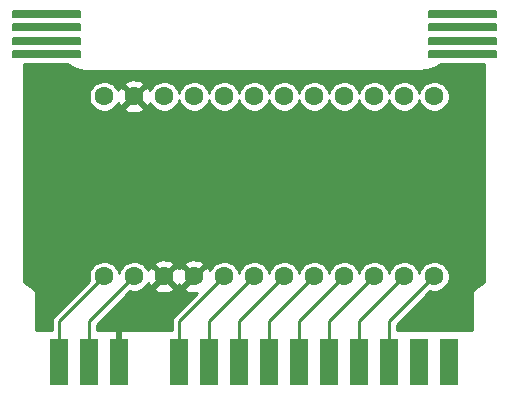
<source format=gbr>
G04 #@! TF.GenerationSoftware,KiCad,Pcbnew,(5.1.9-0-10_14)*
G04 #@! TF.CreationDate,2021-03-07T20:21:02-08:00*
G04 #@! TF.ProjectId,cart,63617274-2e6b-4696-9361-645f70636258,1.0-dev0*
G04 #@! TF.SameCoordinates,Original*
G04 #@! TF.FileFunction,Copper,L1,Top*
G04 #@! TF.FilePolarity,Positive*
%FSLAX46Y46*%
G04 Gerber Fmt 4.6, Leading zero omitted, Abs format (unit mm)*
G04 Created by KiCad (PCBNEW (5.1.9-0-10_14)) date 2021-03-07 20:21:02*
%MOMM*%
%LPD*%
G01*
G04 APERTURE LIST*
G04 #@! TA.AperFunction,NonConductor*
%ADD10C,0.200000*%
G04 #@! TD*
G04 #@! TA.AperFunction,ConnectorPad*
%ADD11R,1.600000X4.000000*%
G04 #@! TD*
G04 #@! TA.AperFunction,ComponentPad*
%ADD12C,1.600000*%
G04 #@! TD*
G04 #@! TA.AperFunction,ViaPad*
%ADD13C,0.600000*%
G04 #@! TD*
G04 #@! TA.AperFunction,Conductor*
%ADD14C,0.508000*%
G04 #@! TD*
G04 #@! TA.AperFunction,Conductor*
%ADD15C,0.254000*%
G04 #@! TD*
G04 #@! TA.AperFunction,Conductor*
%ADD16C,0.100000*%
G04 #@! TD*
G04 APERTURE END LIST*
D10*
G36*
X124968000Y-98532500D02*
G01*
X119316500Y-98532500D01*
X119316500Y-98024500D01*
X124968000Y-98024500D01*
X124968000Y-98532500D01*
G37*
X124968000Y-98532500D02*
X119316500Y-98532500D01*
X119316500Y-98024500D01*
X124968000Y-98024500D01*
X124968000Y-98532500D01*
G36*
X124968000Y-97389500D02*
G01*
X119316500Y-97389500D01*
X119316500Y-96881500D01*
X124968000Y-96881500D01*
X124968000Y-97389500D01*
G37*
X124968000Y-97389500D02*
X119316500Y-97389500D01*
X119316500Y-96881500D01*
X124968000Y-96881500D01*
X124968000Y-97389500D01*
G36*
X124968000Y-99675500D02*
G01*
X119316500Y-99675500D01*
X119316500Y-99167500D01*
X124968000Y-99167500D01*
X124968000Y-99675500D01*
G37*
X124968000Y-99675500D02*
X119316500Y-99675500D01*
X119316500Y-99167500D01*
X124968000Y-99167500D01*
X124968000Y-99675500D01*
G36*
X124968000Y-100818500D02*
G01*
X119316500Y-100818500D01*
X119316500Y-100310500D01*
X124968000Y-100310500D01*
X124968000Y-100818500D01*
G37*
X124968000Y-100818500D02*
X119316500Y-100818500D01*
X119316500Y-100310500D01*
X124968000Y-100310500D01*
X124968000Y-100818500D01*
G36*
X160147000Y-100818500D02*
G01*
X154495500Y-100818500D01*
X154495500Y-100310500D01*
X160147000Y-100310500D01*
X160147000Y-100818500D01*
G37*
X160147000Y-100818500D02*
X154495500Y-100818500D01*
X154495500Y-100310500D01*
X160147000Y-100310500D01*
X160147000Y-100818500D01*
G36*
X160147000Y-99675500D02*
G01*
X154495500Y-99675500D01*
X154495500Y-99167500D01*
X160147000Y-99167500D01*
X160147000Y-99675500D01*
G37*
X160147000Y-99675500D02*
X154495500Y-99675500D01*
X154495500Y-99167500D01*
X160147000Y-99167500D01*
X160147000Y-99675500D01*
G36*
X160147000Y-97389500D02*
G01*
X154495500Y-97389500D01*
X154495500Y-96881500D01*
X160147000Y-96881500D01*
X160147000Y-97389500D01*
G37*
X160147000Y-97389500D02*
X154495500Y-97389500D01*
X154495500Y-96881500D01*
X160147000Y-96881500D01*
X160147000Y-97389500D01*
G36*
X160147000Y-98532500D02*
G01*
X154495500Y-98532500D01*
X154495500Y-98024500D01*
X160147000Y-98024500D01*
X160147000Y-98532500D01*
G37*
X160147000Y-98532500D02*
X154495500Y-98532500D01*
X154495500Y-98024500D01*
X160147000Y-98024500D01*
X160147000Y-98532500D01*
D11*
X125730000Y-126619000D03*
X123190000Y-126619000D03*
X128270000Y-126619000D03*
X133350000Y-126619000D03*
X135890000Y-126619000D03*
X138430000Y-126619000D03*
X140970000Y-126619000D03*
X143510000Y-126619000D03*
X146050000Y-126619000D03*
X148590000Y-126619000D03*
X151130000Y-126619000D03*
X153670000Y-126619000D03*
X156210000Y-126619000D03*
D12*
X127000000Y-104140000D03*
X129540000Y-104140000D03*
X132080000Y-104140000D03*
X134620000Y-104140000D03*
X137160000Y-104140000D03*
X139700000Y-104140000D03*
X142240000Y-104140000D03*
X144780000Y-104140000D03*
X147320000Y-104140000D03*
X149860000Y-104140000D03*
X152400000Y-104140000D03*
X154940000Y-104140000D03*
X154940000Y-119380000D03*
X152400000Y-119380000D03*
X149860000Y-119380000D03*
X147320000Y-119380000D03*
X144780000Y-119380000D03*
X142240000Y-119380000D03*
X139700000Y-119380000D03*
X137160000Y-119380000D03*
X134620000Y-119380000D03*
X132080000Y-119380000D03*
X129540000Y-119380000D03*
X127000000Y-119380000D03*
D13*
X134620000Y-111760000D03*
X137160000Y-111760000D03*
X139700000Y-111760000D03*
X142240000Y-111760000D03*
X144780000Y-111760000D03*
X147320000Y-111760000D03*
X149860000Y-111760000D03*
X152400000Y-111760000D03*
X154940000Y-111760000D03*
X158115000Y-117475000D03*
X125095000Y-111760000D03*
D14*
X128270000Y-126619000D02*
X128270000Y-123190000D01*
D15*
X125730000Y-123190000D02*
X125730000Y-126619000D01*
X129540000Y-119380000D02*
X125730000Y-123190000D01*
X123190000Y-123190000D02*
X123190000Y-126619000D01*
X127000000Y-119380000D02*
X123190000Y-123190000D01*
X133350000Y-123190000D02*
X133350000Y-126619000D01*
X137160000Y-119380000D02*
X133350000Y-123190000D01*
X135890000Y-123190000D02*
X135890000Y-126619000D01*
X139700000Y-119380000D02*
X135890000Y-123190000D01*
X138430000Y-123190000D02*
X138430000Y-126619000D01*
X142240000Y-119380000D02*
X138430000Y-123190000D01*
X140970000Y-123190000D02*
X140970000Y-126619000D01*
X144780000Y-119380000D02*
X140970000Y-123190000D01*
X143510000Y-123190000D02*
X143510000Y-126619000D01*
X147320000Y-119380000D02*
X143510000Y-123190000D01*
X146050000Y-123190000D02*
X146050000Y-126619000D01*
X149860000Y-119380000D02*
X146050000Y-123190000D01*
X148590000Y-123190000D02*
X148590000Y-126619000D01*
X152400000Y-119380000D02*
X148590000Y-123190000D01*
X151130000Y-123190000D02*
X151130000Y-126619000D01*
X154940000Y-119380000D02*
X151130000Y-123190000D01*
X123940111Y-101436786D02*
X123985996Y-101467272D01*
X124031479Y-101498415D01*
X124038946Y-101502452D01*
X124476642Y-101735179D01*
X124527574Y-101756172D01*
X124578240Y-101777887D01*
X124586346Y-101780396D01*
X124586352Y-101780398D01*
X125060914Y-101923676D01*
X125114973Y-101934380D01*
X125168872Y-101945837D01*
X125177305Y-101946723D01*
X125177315Y-101946725D01*
X125177324Y-101946725D01*
X125670670Y-101995098D01*
X125670674Y-101995098D01*
X125700139Y-101998000D01*
X153699861Y-101998000D01*
X153701982Y-101997791D01*
X153709716Y-101997737D01*
X153737175Y-101994851D01*
X153764794Y-101994851D01*
X153773236Y-101993963D01*
X154265868Y-101938706D01*
X154319771Y-101927248D01*
X154373828Y-101916545D01*
X154381937Y-101914035D01*
X154854453Y-101764144D01*
X154905119Y-101742429D01*
X154956051Y-101721436D01*
X154963514Y-101717401D01*
X154963518Y-101717399D01*
X154963521Y-101717397D01*
X155397923Y-101478582D01*
X155443380Y-101447457D01*
X155474923Y-101426500D01*
X159142000Y-101426500D01*
X159142001Y-119840896D01*
X158420334Y-120390807D01*
X158410579Y-120396021D01*
X158372756Y-120427062D01*
X158357746Y-120438499D01*
X158349713Y-120445972D01*
X158317999Y-120471999D01*
X158305935Y-120486699D01*
X158292027Y-120499638D01*
X158268040Y-120532875D01*
X158242021Y-120564580D01*
X158233060Y-120581344D01*
X158221940Y-120596753D01*
X158204895Y-120634038D01*
X158185564Y-120670204D01*
X158180046Y-120688393D01*
X158172145Y-120705677D01*
X158162701Y-120745575D01*
X158150798Y-120784812D01*
X158148935Y-120803726D01*
X158144557Y-120822221D01*
X158143078Y-120863199D01*
X158142000Y-120874140D01*
X158142000Y-120893046D01*
X158140236Y-120941907D01*
X158142000Y-120952819D01*
X158142000Y-123888500D01*
X151765000Y-123888500D01*
X151765000Y-123453024D01*
X154576671Y-120641354D01*
X154811173Y-120688000D01*
X155068827Y-120688000D01*
X155321530Y-120637734D01*
X155559570Y-120539135D01*
X155773801Y-120395990D01*
X155955990Y-120213801D01*
X156099135Y-119999570D01*
X156197734Y-119761530D01*
X156248000Y-119508827D01*
X156248000Y-119251173D01*
X156197734Y-118998470D01*
X156099135Y-118760430D01*
X155955990Y-118546199D01*
X155773801Y-118364010D01*
X155559570Y-118220865D01*
X155321530Y-118122266D01*
X155068827Y-118072000D01*
X154811173Y-118072000D01*
X154558470Y-118122266D01*
X154320430Y-118220865D01*
X154106199Y-118364010D01*
X153924010Y-118546199D01*
X153780865Y-118760430D01*
X153682266Y-118998470D01*
X153670000Y-119060135D01*
X153657734Y-118998470D01*
X153559135Y-118760430D01*
X153415990Y-118546199D01*
X153233801Y-118364010D01*
X153019570Y-118220865D01*
X152781530Y-118122266D01*
X152528827Y-118072000D01*
X152271173Y-118072000D01*
X152018470Y-118122266D01*
X151780430Y-118220865D01*
X151566199Y-118364010D01*
X151384010Y-118546199D01*
X151240865Y-118760430D01*
X151142266Y-118998470D01*
X151130000Y-119060135D01*
X151117734Y-118998470D01*
X151019135Y-118760430D01*
X150875990Y-118546199D01*
X150693801Y-118364010D01*
X150479570Y-118220865D01*
X150241530Y-118122266D01*
X149988827Y-118072000D01*
X149731173Y-118072000D01*
X149478470Y-118122266D01*
X149240430Y-118220865D01*
X149026199Y-118364010D01*
X148844010Y-118546199D01*
X148700865Y-118760430D01*
X148602266Y-118998470D01*
X148590000Y-119060135D01*
X148577734Y-118998470D01*
X148479135Y-118760430D01*
X148335990Y-118546199D01*
X148153801Y-118364010D01*
X147939570Y-118220865D01*
X147701530Y-118122266D01*
X147448827Y-118072000D01*
X147191173Y-118072000D01*
X146938470Y-118122266D01*
X146700430Y-118220865D01*
X146486199Y-118364010D01*
X146304010Y-118546199D01*
X146160865Y-118760430D01*
X146062266Y-118998470D01*
X146050000Y-119060135D01*
X146037734Y-118998470D01*
X145939135Y-118760430D01*
X145795990Y-118546199D01*
X145613801Y-118364010D01*
X145399570Y-118220865D01*
X145161530Y-118122266D01*
X144908827Y-118072000D01*
X144651173Y-118072000D01*
X144398470Y-118122266D01*
X144160430Y-118220865D01*
X143946199Y-118364010D01*
X143764010Y-118546199D01*
X143620865Y-118760430D01*
X143522266Y-118998470D01*
X143510000Y-119060135D01*
X143497734Y-118998470D01*
X143399135Y-118760430D01*
X143255990Y-118546199D01*
X143073801Y-118364010D01*
X142859570Y-118220865D01*
X142621530Y-118122266D01*
X142368827Y-118072000D01*
X142111173Y-118072000D01*
X141858470Y-118122266D01*
X141620430Y-118220865D01*
X141406199Y-118364010D01*
X141224010Y-118546199D01*
X141080865Y-118760430D01*
X140982266Y-118998470D01*
X140970000Y-119060135D01*
X140957734Y-118998470D01*
X140859135Y-118760430D01*
X140715990Y-118546199D01*
X140533801Y-118364010D01*
X140319570Y-118220865D01*
X140081530Y-118122266D01*
X139828827Y-118072000D01*
X139571173Y-118072000D01*
X139318470Y-118122266D01*
X139080430Y-118220865D01*
X138866199Y-118364010D01*
X138684010Y-118546199D01*
X138540865Y-118760430D01*
X138442266Y-118998470D01*
X138430000Y-119060135D01*
X138417734Y-118998470D01*
X138319135Y-118760430D01*
X138175990Y-118546199D01*
X137993801Y-118364010D01*
X137779570Y-118220865D01*
X137541530Y-118122266D01*
X137288827Y-118072000D01*
X137031173Y-118072000D01*
X136778470Y-118122266D01*
X136540430Y-118220865D01*
X136326199Y-118364010D01*
X136144010Y-118546199D01*
X136000865Y-118760430D01*
X135958772Y-118862051D01*
X135923603Y-118763708D01*
X135856671Y-118638486D01*
X135612702Y-118566903D01*
X134799605Y-119380000D01*
X134813748Y-119394143D01*
X134634143Y-119573748D01*
X134620000Y-119559605D01*
X133806903Y-120372702D01*
X133878486Y-120616671D01*
X134133996Y-120737571D01*
X134408184Y-120806300D01*
X134690512Y-120820217D01*
X134844587Y-120797388D01*
X132923050Y-122718926D01*
X132898815Y-122738815D01*
X132819463Y-122835507D01*
X132760498Y-122945821D01*
X132724188Y-123065519D01*
X132715000Y-123158809D01*
X132715000Y-123158819D01*
X132711929Y-123190000D01*
X132715000Y-123221181D01*
X132715000Y-123888500D01*
X126365000Y-123888500D01*
X126365000Y-123453024D01*
X129176671Y-120641354D01*
X129411173Y-120688000D01*
X129668827Y-120688000D01*
X129921530Y-120637734D01*
X130159570Y-120539135D01*
X130373801Y-120395990D01*
X130397089Y-120372702D01*
X131266903Y-120372702D01*
X131338486Y-120616671D01*
X131593996Y-120737571D01*
X131868184Y-120806300D01*
X132150512Y-120820217D01*
X132430130Y-120778787D01*
X132696292Y-120683603D01*
X132821514Y-120616671D01*
X132893097Y-120372702D01*
X132080000Y-119559605D01*
X131266903Y-120372702D01*
X130397089Y-120372702D01*
X130555990Y-120213801D01*
X130699135Y-119999570D01*
X130741228Y-119897949D01*
X130776397Y-119996292D01*
X130843329Y-120121514D01*
X131087298Y-120193097D01*
X131900395Y-119380000D01*
X132259605Y-119380000D01*
X133072702Y-120193097D01*
X133316671Y-120121514D01*
X133347971Y-120055364D01*
X133383329Y-120121514D01*
X133627298Y-120193097D01*
X134440395Y-119380000D01*
X133627298Y-118566903D01*
X133383329Y-118638486D01*
X133352029Y-118704636D01*
X133316671Y-118638486D01*
X133072702Y-118566903D01*
X132259605Y-119380000D01*
X131900395Y-119380000D01*
X131087298Y-118566903D01*
X130843329Y-118638486D01*
X130739508Y-118857900D01*
X130699135Y-118760430D01*
X130555990Y-118546199D01*
X130397089Y-118387298D01*
X131266903Y-118387298D01*
X132080000Y-119200395D01*
X132893097Y-118387298D01*
X133806903Y-118387298D01*
X134620000Y-119200395D01*
X135433097Y-118387298D01*
X135361514Y-118143329D01*
X135106004Y-118022429D01*
X134831816Y-117953700D01*
X134549488Y-117939783D01*
X134269870Y-117981213D01*
X134003708Y-118076397D01*
X133878486Y-118143329D01*
X133806903Y-118387298D01*
X132893097Y-118387298D01*
X132821514Y-118143329D01*
X132566004Y-118022429D01*
X132291816Y-117953700D01*
X132009488Y-117939783D01*
X131729870Y-117981213D01*
X131463708Y-118076397D01*
X131338486Y-118143329D01*
X131266903Y-118387298D01*
X130397089Y-118387298D01*
X130373801Y-118364010D01*
X130159570Y-118220865D01*
X129921530Y-118122266D01*
X129668827Y-118072000D01*
X129411173Y-118072000D01*
X129158470Y-118122266D01*
X128920430Y-118220865D01*
X128706199Y-118364010D01*
X128524010Y-118546199D01*
X128380865Y-118760430D01*
X128282266Y-118998470D01*
X128270000Y-119060135D01*
X128257734Y-118998470D01*
X128159135Y-118760430D01*
X128015990Y-118546199D01*
X127833801Y-118364010D01*
X127619570Y-118220865D01*
X127381530Y-118122266D01*
X127128827Y-118072000D01*
X126871173Y-118072000D01*
X126618470Y-118122266D01*
X126380430Y-118220865D01*
X126166199Y-118364010D01*
X125984010Y-118546199D01*
X125840865Y-118760430D01*
X125742266Y-118998470D01*
X125692000Y-119251173D01*
X125692000Y-119508827D01*
X125738646Y-119743329D01*
X122763050Y-122718926D01*
X122738815Y-122738815D01*
X122659463Y-122835507D01*
X122600498Y-122945821D01*
X122564188Y-123065519D01*
X122555000Y-123158809D01*
X122555000Y-123158819D01*
X122551929Y-123190000D01*
X122555000Y-123221181D01*
X122555000Y-123888500D01*
X121258000Y-123888500D01*
X121258000Y-120949819D01*
X121259764Y-120938907D01*
X121258000Y-120890046D01*
X121258000Y-120871139D01*
X121256922Y-120860198D01*
X121255443Y-120819220D01*
X121251065Y-120800725D01*
X121249202Y-120781811D01*
X121237299Y-120742574D01*
X121227855Y-120702676D01*
X121219954Y-120685392D01*
X121214436Y-120667203D01*
X121195105Y-120631037D01*
X121178060Y-120593752D01*
X121166940Y-120578343D01*
X121157979Y-120561579D01*
X121131962Y-120529877D01*
X121107973Y-120496637D01*
X121094062Y-120483695D01*
X121082001Y-120468999D01*
X121050298Y-120442982D01*
X121042254Y-120435498D01*
X121027219Y-120424042D01*
X120989420Y-120393021D01*
X120979672Y-120387811D01*
X120258000Y-119837897D01*
X120258000Y-104011173D01*
X125692000Y-104011173D01*
X125692000Y-104268827D01*
X125742266Y-104521530D01*
X125840865Y-104759570D01*
X125984010Y-104973801D01*
X126166199Y-105155990D01*
X126380430Y-105299135D01*
X126618470Y-105397734D01*
X126871173Y-105448000D01*
X127128827Y-105448000D01*
X127381530Y-105397734D01*
X127619570Y-105299135D01*
X127833801Y-105155990D01*
X127857089Y-105132702D01*
X128726903Y-105132702D01*
X128798486Y-105376671D01*
X129053996Y-105497571D01*
X129328184Y-105566300D01*
X129610512Y-105580217D01*
X129890130Y-105538787D01*
X130156292Y-105443603D01*
X130281514Y-105376671D01*
X130353097Y-105132702D01*
X129540000Y-104319605D01*
X128726903Y-105132702D01*
X127857089Y-105132702D01*
X128015990Y-104973801D01*
X128159135Y-104759570D01*
X128201228Y-104657949D01*
X128236397Y-104756292D01*
X128303329Y-104881514D01*
X128547298Y-104953097D01*
X129360395Y-104140000D01*
X129719605Y-104140000D01*
X130532702Y-104953097D01*
X130776671Y-104881514D01*
X130880492Y-104662100D01*
X130920865Y-104759570D01*
X131064010Y-104973801D01*
X131246199Y-105155990D01*
X131460430Y-105299135D01*
X131698470Y-105397734D01*
X131951173Y-105448000D01*
X132208827Y-105448000D01*
X132461530Y-105397734D01*
X132699570Y-105299135D01*
X132913801Y-105155990D01*
X133095990Y-104973801D01*
X133239135Y-104759570D01*
X133337734Y-104521530D01*
X133350000Y-104459865D01*
X133362266Y-104521530D01*
X133460865Y-104759570D01*
X133604010Y-104973801D01*
X133786199Y-105155990D01*
X134000430Y-105299135D01*
X134238470Y-105397734D01*
X134491173Y-105448000D01*
X134748827Y-105448000D01*
X135001530Y-105397734D01*
X135239570Y-105299135D01*
X135453801Y-105155990D01*
X135635990Y-104973801D01*
X135779135Y-104759570D01*
X135877734Y-104521530D01*
X135890000Y-104459865D01*
X135902266Y-104521530D01*
X136000865Y-104759570D01*
X136144010Y-104973801D01*
X136326199Y-105155990D01*
X136540430Y-105299135D01*
X136778470Y-105397734D01*
X137031173Y-105448000D01*
X137288827Y-105448000D01*
X137541530Y-105397734D01*
X137779570Y-105299135D01*
X137993801Y-105155990D01*
X138175990Y-104973801D01*
X138319135Y-104759570D01*
X138417734Y-104521530D01*
X138430000Y-104459865D01*
X138442266Y-104521530D01*
X138540865Y-104759570D01*
X138684010Y-104973801D01*
X138866199Y-105155990D01*
X139080430Y-105299135D01*
X139318470Y-105397734D01*
X139571173Y-105448000D01*
X139828827Y-105448000D01*
X140081530Y-105397734D01*
X140319570Y-105299135D01*
X140533801Y-105155990D01*
X140715990Y-104973801D01*
X140859135Y-104759570D01*
X140957734Y-104521530D01*
X140970000Y-104459865D01*
X140982266Y-104521530D01*
X141080865Y-104759570D01*
X141224010Y-104973801D01*
X141406199Y-105155990D01*
X141620430Y-105299135D01*
X141858470Y-105397734D01*
X142111173Y-105448000D01*
X142368827Y-105448000D01*
X142621530Y-105397734D01*
X142859570Y-105299135D01*
X143073801Y-105155990D01*
X143255990Y-104973801D01*
X143399135Y-104759570D01*
X143497734Y-104521530D01*
X143510000Y-104459865D01*
X143522266Y-104521530D01*
X143620865Y-104759570D01*
X143764010Y-104973801D01*
X143946199Y-105155990D01*
X144160430Y-105299135D01*
X144398470Y-105397734D01*
X144651173Y-105448000D01*
X144908827Y-105448000D01*
X145161530Y-105397734D01*
X145399570Y-105299135D01*
X145613801Y-105155990D01*
X145795990Y-104973801D01*
X145939135Y-104759570D01*
X146037734Y-104521530D01*
X146050000Y-104459865D01*
X146062266Y-104521530D01*
X146160865Y-104759570D01*
X146304010Y-104973801D01*
X146486199Y-105155990D01*
X146700430Y-105299135D01*
X146938470Y-105397734D01*
X147191173Y-105448000D01*
X147448827Y-105448000D01*
X147701530Y-105397734D01*
X147939570Y-105299135D01*
X148153801Y-105155990D01*
X148335990Y-104973801D01*
X148479135Y-104759570D01*
X148577734Y-104521530D01*
X148590000Y-104459865D01*
X148602266Y-104521530D01*
X148700865Y-104759570D01*
X148844010Y-104973801D01*
X149026199Y-105155990D01*
X149240430Y-105299135D01*
X149478470Y-105397734D01*
X149731173Y-105448000D01*
X149988827Y-105448000D01*
X150241530Y-105397734D01*
X150479570Y-105299135D01*
X150693801Y-105155990D01*
X150875990Y-104973801D01*
X151019135Y-104759570D01*
X151117734Y-104521530D01*
X151130000Y-104459865D01*
X151142266Y-104521530D01*
X151240865Y-104759570D01*
X151384010Y-104973801D01*
X151566199Y-105155990D01*
X151780430Y-105299135D01*
X152018470Y-105397734D01*
X152271173Y-105448000D01*
X152528827Y-105448000D01*
X152781530Y-105397734D01*
X153019570Y-105299135D01*
X153233801Y-105155990D01*
X153415990Y-104973801D01*
X153559135Y-104759570D01*
X153657734Y-104521530D01*
X153670000Y-104459865D01*
X153682266Y-104521530D01*
X153780865Y-104759570D01*
X153924010Y-104973801D01*
X154106199Y-105155990D01*
X154320430Y-105299135D01*
X154558470Y-105397734D01*
X154811173Y-105448000D01*
X155068827Y-105448000D01*
X155321530Y-105397734D01*
X155559570Y-105299135D01*
X155773801Y-105155990D01*
X155955990Y-104973801D01*
X156099135Y-104759570D01*
X156197734Y-104521530D01*
X156248000Y-104268827D01*
X156248000Y-104011173D01*
X156197734Y-103758470D01*
X156099135Y-103520430D01*
X155955990Y-103306199D01*
X155773801Y-103124010D01*
X155559570Y-102980865D01*
X155321530Y-102882266D01*
X155068827Y-102832000D01*
X154811173Y-102832000D01*
X154558470Y-102882266D01*
X154320430Y-102980865D01*
X154106199Y-103124010D01*
X153924010Y-103306199D01*
X153780865Y-103520430D01*
X153682266Y-103758470D01*
X153670000Y-103820135D01*
X153657734Y-103758470D01*
X153559135Y-103520430D01*
X153415990Y-103306199D01*
X153233801Y-103124010D01*
X153019570Y-102980865D01*
X152781530Y-102882266D01*
X152528827Y-102832000D01*
X152271173Y-102832000D01*
X152018470Y-102882266D01*
X151780430Y-102980865D01*
X151566199Y-103124010D01*
X151384010Y-103306199D01*
X151240865Y-103520430D01*
X151142266Y-103758470D01*
X151130000Y-103820135D01*
X151117734Y-103758470D01*
X151019135Y-103520430D01*
X150875990Y-103306199D01*
X150693801Y-103124010D01*
X150479570Y-102980865D01*
X150241530Y-102882266D01*
X149988827Y-102832000D01*
X149731173Y-102832000D01*
X149478470Y-102882266D01*
X149240430Y-102980865D01*
X149026199Y-103124010D01*
X148844010Y-103306199D01*
X148700865Y-103520430D01*
X148602266Y-103758470D01*
X148590000Y-103820135D01*
X148577734Y-103758470D01*
X148479135Y-103520430D01*
X148335990Y-103306199D01*
X148153801Y-103124010D01*
X147939570Y-102980865D01*
X147701530Y-102882266D01*
X147448827Y-102832000D01*
X147191173Y-102832000D01*
X146938470Y-102882266D01*
X146700430Y-102980865D01*
X146486199Y-103124010D01*
X146304010Y-103306199D01*
X146160865Y-103520430D01*
X146062266Y-103758470D01*
X146050000Y-103820135D01*
X146037734Y-103758470D01*
X145939135Y-103520430D01*
X145795990Y-103306199D01*
X145613801Y-103124010D01*
X145399570Y-102980865D01*
X145161530Y-102882266D01*
X144908827Y-102832000D01*
X144651173Y-102832000D01*
X144398470Y-102882266D01*
X144160430Y-102980865D01*
X143946199Y-103124010D01*
X143764010Y-103306199D01*
X143620865Y-103520430D01*
X143522266Y-103758470D01*
X143510000Y-103820135D01*
X143497734Y-103758470D01*
X143399135Y-103520430D01*
X143255990Y-103306199D01*
X143073801Y-103124010D01*
X142859570Y-102980865D01*
X142621530Y-102882266D01*
X142368827Y-102832000D01*
X142111173Y-102832000D01*
X141858470Y-102882266D01*
X141620430Y-102980865D01*
X141406199Y-103124010D01*
X141224010Y-103306199D01*
X141080865Y-103520430D01*
X140982266Y-103758470D01*
X140970000Y-103820135D01*
X140957734Y-103758470D01*
X140859135Y-103520430D01*
X140715990Y-103306199D01*
X140533801Y-103124010D01*
X140319570Y-102980865D01*
X140081530Y-102882266D01*
X139828827Y-102832000D01*
X139571173Y-102832000D01*
X139318470Y-102882266D01*
X139080430Y-102980865D01*
X138866199Y-103124010D01*
X138684010Y-103306199D01*
X138540865Y-103520430D01*
X138442266Y-103758470D01*
X138430000Y-103820135D01*
X138417734Y-103758470D01*
X138319135Y-103520430D01*
X138175990Y-103306199D01*
X137993801Y-103124010D01*
X137779570Y-102980865D01*
X137541530Y-102882266D01*
X137288827Y-102832000D01*
X137031173Y-102832000D01*
X136778470Y-102882266D01*
X136540430Y-102980865D01*
X136326199Y-103124010D01*
X136144010Y-103306199D01*
X136000865Y-103520430D01*
X135902266Y-103758470D01*
X135890000Y-103820135D01*
X135877734Y-103758470D01*
X135779135Y-103520430D01*
X135635990Y-103306199D01*
X135453801Y-103124010D01*
X135239570Y-102980865D01*
X135001530Y-102882266D01*
X134748827Y-102832000D01*
X134491173Y-102832000D01*
X134238470Y-102882266D01*
X134000430Y-102980865D01*
X133786199Y-103124010D01*
X133604010Y-103306199D01*
X133460865Y-103520430D01*
X133362266Y-103758470D01*
X133350000Y-103820135D01*
X133337734Y-103758470D01*
X133239135Y-103520430D01*
X133095990Y-103306199D01*
X132913801Y-103124010D01*
X132699570Y-102980865D01*
X132461530Y-102882266D01*
X132208827Y-102832000D01*
X131951173Y-102832000D01*
X131698470Y-102882266D01*
X131460430Y-102980865D01*
X131246199Y-103124010D01*
X131064010Y-103306199D01*
X130920865Y-103520430D01*
X130878772Y-103622051D01*
X130843603Y-103523708D01*
X130776671Y-103398486D01*
X130532702Y-103326903D01*
X129719605Y-104140000D01*
X129360395Y-104140000D01*
X128547298Y-103326903D01*
X128303329Y-103398486D01*
X128199508Y-103617900D01*
X128159135Y-103520430D01*
X128015990Y-103306199D01*
X127857089Y-103147298D01*
X128726903Y-103147298D01*
X129540000Y-103960395D01*
X130353097Y-103147298D01*
X130281514Y-102903329D01*
X130026004Y-102782429D01*
X129751816Y-102713700D01*
X129469488Y-102699783D01*
X129189870Y-102741213D01*
X128923708Y-102836397D01*
X128798486Y-102903329D01*
X128726903Y-103147298D01*
X127857089Y-103147298D01*
X127833801Y-103124010D01*
X127619570Y-102980865D01*
X127381530Y-102882266D01*
X127128827Y-102832000D01*
X126871173Y-102832000D01*
X126618470Y-102882266D01*
X126380430Y-102980865D01*
X126166199Y-103124010D01*
X125984010Y-103306199D01*
X125840865Y-103520430D01*
X125742266Y-103758470D01*
X125692000Y-104011173D01*
X120258000Y-104011173D01*
X120258000Y-101426500D01*
X123927499Y-101426500D01*
X123940111Y-101436786D01*
G04 #@! TA.AperFunction,Conductor*
D16*
G36*
X123940111Y-101436786D02*
G01*
X123985996Y-101467272D01*
X124031479Y-101498415D01*
X124038946Y-101502452D01*
X124476642Y-101735179D01*
X124527574Y-101756172D01*
X124578240Y-101777887D01*
X124586346Y-101780396D01*
X124586352Y-101780398D01*
X125060914Y-101923676D01*
X125114973Y-101934380D01*
X125168872Y-101945837D01*
X125177305Y-101946723D01*
X125177315Y-101946725D01*
X125177324Y-101946725D01*
X125670670Y-101995098D01*
X125670674Y-101995098D01*
X125700139Y-101998000D01*
X153699861Y-101998000D01*
X153701982Y-101997791D01*
X153709716Y-101997737D01*
X153737175Y-101994851D01*
X153764794Y-101994851D01*
X153773236Y-101993963D01*
X154265868Y-101938706D01*
X154319771Y-101927248D01*
X154373828Y-101916545D01*
X154381937Y-101914035D01*
X154854453Y-101764144D01*
X154905119Y-101742429D01*
X154956051Y-101721436D01*
X154963514Y-101717401D01*
X154963518Y-101717399D01*
X154963521Y-101717397D01*
X155397923Y-101478582D01*
X155443380Y-101447457D01*
X155474923Y-101426500D01*
X159142000Y-101426500D01*
X159142001Y-119840896D01*
X158420334Y-120390807D01*
X158410579Y-120396021D01*
X158372756Y-120427062D01*
X158357746Y-120438499D01*
X158349713Y-120445972D01*
X158317999Y-120471999D01*
X158305935Y-120486699D01*
X158292027Y-120499638D01*
X158268040Y-120532875D01*
X158242021Y-120564580D01*
X158233060Y-120581344D01*
X158221940Y-120596753D01*
X158204895Y-120634038D01*
X158185564Y-120670204D01*
X158180046Y-120688393D01*
X158172145Y-120705677D01*
X158162701Y-120745575D01*
X158150798Y-120784812D01*
X158148935Y-120803726D01*
X158144557Y-120822221D01*
X158143078Y-120863199D01*
X158142000Y-120874140D01*
X158142000Y-120893046D01*
X158140236Y-120941907D01*
X158142000Y-120952819D01*
X158142000Y-123888500D01*
X151765000Y-123888500D01*
X151765000Y-123453024D01*
X154576671Y-120641354D01*
X154811173Y-120688000D01*
X155068827Y-120688000D01*
X155321530Y-120637734D01*
X155559570Y-120539135D01*
X155773801Y-120395990D01*
X155955990Y-120213801D01*
X156099135Y-119999570D01*
X156197734Y-119761530D01*
X156248000Y-119508827D01*
X156248000Y-119251173D01*
X156197734Y-118998470D01*
X156099135Y-118760430D01*
X155955990Y-118546199D01*
X155773801Y-118364010D01*
X155559570Y-118220865D01*
X155321530Y-118122266D01*
X155068827Y-118072000D01*
X154811173Y-118072000D01*
X154558470Y-118122266D01*
X154320430Y-118220865D01*
X154106199Y-118364010D01*
X153924010Y-118546199D01*
X153780865Y-118760430D01*
X153682266Y-118998470D01*
X153670000Y-119060135D01*
X153657734Y-118998470D01*
X153559135Y-118760430D01*
X153415990Y-118546199D01*
X153233801Y-118364010D01*
X153019570Y-118220865D01*
X152781530Y-118122266D01*
X152528827Y-118072000D01*
X152271173Y-118072000D01*
X152018470Y-118122266D01*
X151780430Y-118220865D01*
X151566199Y-118364010D01*
X151384010Y-118546199D01*
X151240865Y-118760430D01*
X151142266Y-118998470D01*
X151130000Y-119060135D01*
X151117734Y-118998470D01*
X151019135Y-118760430D01*
X150875990Y-118546199D01*
X150693801Y-118364010D01*
X150479570Y-118220865D01*
X150241530Y-118122266D01*
X149988827Y-118072000D01*
X149731173Y-118072000D01*
X149478470Y-118122266D01*
X149240430Y-118220865D01*
X149026199Y-118364010D01*
X148844010Y-118546199D01*
X148700865Y-118760430D01*
X148602266Y-118998470D01*
X148590000Y-119060135D01*
X148577734Y-118998470D01*
X148479135Y-118760430D01*
X148335990Y-118546199D01*
X148153801Y-118364010D01*
X147939570Y-118220865D01*
X147701530Y-118122266D01*
X147448827Y-118072000D01*
X147191173Y-118072000D01*
X146938470Y-118122266D01*
X146700430Y-118220865D01*
X146486199Y-118364010D01*
X146304010Y-118546199D01*
X146160865Y-118760430D01*
X146062266Y-118998470D01*
X146050000Y-119060135D01*
X146037734Y-118998470D01*
X145939135Y-118760430D01*
X145795990Y-118546199D01*
X145613801Y-118364010D01*
X145399570Y-118220865D01*
X145161530Y-118122266D01*
X144908827Y-118072000D01*
X144651173Y-118072000D01*
X144398470Y-118122266D01*
X144160430Y-118220865D01*
X143946199Y-118364010D01*
X143764010Y-118546199D01*
X143620865Y-118760430D01*
X143522266Y-118998470D01*
X143510000Y-119060135D01*
X143497734Y-118998470D01*
X143399135Y-118760430D01*
X143255990Y-118546199D01*
X143073801Y-118364010D01*
X142859570Y-118220865D01*
X142621530Y-118122266D01*
X142368827Y-118072000D01*
X142111173Y-118072000D01*
X141858470Y-118122266D01*
X141620430Y-118220865D01*
X141406199Y-118364010D01*
X141224010Y-118546199D01*
X141080865Y-118760430D01*
X140982266Y-118998470D01*
X140970000Y-119060135D01*
X140957734Y-118998470D01*
X140859135Y-118760430D01*
X140715990Y-118546199D01*
X140533801Y-118364010D01*
X140319570Y-118220865D01*
X140081530Y-118122266D01*
X139828827Y-118072000D01*
X139571173Y-118072000D01*
X139318470Y-118122266D01*
X139080430Y-118220865D01*
X138866199Y-118364010D01*
X138684010Y-118546199D01*
X138540865Y-118760430D01*
X138442266Y-118998470D01*
X138430000Y-119060135D01*
X138417734Y-118998470D01*
X138319135Y-118760430D01*
X138175990Y-118546199D01*
X137993801Y-118364010D01*
X137779570Y-118220865D01*
X137541530Y-118122266D01*
X137288827Y-118072000D01*
X137031173Y-118072000D01*
X136778470Y-118122266D01*
X136540430Y-118220865D01*
X136326199Y-118364010D01*
X136144010Y-118546199D01*
X136000865Y-118760430D01*
X135958772Y-118862051D01*
X135923603Y-118763708D01*
X135856671Y-118638486D01*
X135612702Y-118566903D01*
X134799605Y-119380000D01*
X134813748Y-119394143D01*
X134634143Y-119573748D01*
X134620000Y-119559605D01*
X133806903Y-120372702D01*
X133878486Y-120616671D01*
X134133996Y-120737571D01*
X134408184Y-120806300D01*
X134690512Y-120820217D01*
X134844587Y-120797388D01*
X132923050Y-122718926D01*
X132898815Y-122738815D01*
X132819463Y-122835507D01*
X132760498Y-122945821D01*
X132724188Y-123065519D01*
X132715000Y-123158809D01*
X132715000Y-123158819D01*
X132711929Y-123190000D01*
X132715000Y-123221181D01*
X132715000Y-123888500D01*
X126365000Y-123888500D01*
X126365000Y-123453024D01*
X129176671Y-120641354D01*
X129411173Y-120688000D01*
X129668827Y-120688000D01*
X129921530Y-120637734D01*
X130159570Y-120539135D01*
X130373801Y-120395990D01*
X130397089Y-120372702D01*
X131266903Y-120372702D01*
X131338486Y-120616671D01*
X131593996Y-120737571D01*
X131868184Y-120806300D01*
X132150512Y-120820217D01*
X132430130Y-120778787D01*
X132696292Y-120683603D01*
X132821514Y-120616671D01*
X132893097Y-120372702D01*
X132080000Y-119559605D01*
X131266903Y-120372702D01*
X130397089Y-120372702D01*
X130555990Y-120213801D01*
X130699135Y-119999570D01*
X130741228Y-119897949D01*
X130776397Y-119996292D01*
X130843329Y-120121514D01*
X131087298Y-120193097D01*
X131900395Y-119380000D01*
X132259605Y-119380000D01*
X133072702Y-120193097D01*
X133316671Y-120121514D01*
X133347971Y-120055364D01*
X133383329Y-120121514D01*
X133627298Y-120193097D01*
X134440395Y-119380000D01*
X133627298Y-118566903D01*
X133383329Y-118638486D01*
X133352029Y-118704636D01*
X133316671Y-118638486D01*
X133072702Y-118566903D01*
X132259605Y-119380000D01*
X131900395Y-119380000D01*
X131087298Y-118566903D01*
X130843329Y-118638486D01*
X130739508Y-118857900D01*
X130699135Y-118760430D01*
X130555990Y-118546199D01*
X130397089Y-118387298D01*
X131266903Y-118387298D01*
X132080000Y-119200395D01*
X132893097Y-118387298D01*
X133806903Y-118387298D01*
X134620000Y-119200395D01*
X135433097Y-118387298D01*
X135361514Y-118143329D01*
X135106004Y-118022429D01*
X134831816Y-117953700D01*
X134549488Y-117939783D01*
X134269870Y-117981213D01*
X134003708Y-118076397D01*
X133878486Y-118143329D01*
X133806903Y-118387298D01*
X132893097Y-118387298D01*
X132821514Y-118143329D01*
X132566004Y-118022429D01*
X132291816Y-117953700D01*
X132009488Y-117939783D01*
X131729870Y-117981213D01*
X131463708Y-118076397D01*
X131338486Y-118143329D01*
X131266903Y-118387298D01*
X130397089Y-118387298D01*
X130373801Y-118364010D01*
X130159570Y-118220865D01*
X129921530Y-118122266D01*
X129668827Y-118072000D01*
X129411173Y-118072000D01*
X129158470Y-118122266D01*
X128920430Y-118220865D01*
X128706199Y-118364010D01*
X128524010Y-118546199D01*
X128380865Y-118760430D01*
X128282266Y-118998470D01*
X128270000Y-119060135D01*
X128257734Y-118998470D01*
X128159135Y-118760430D01*
X128015990Y-118546199D01*
X127833801Y-118364010D01*
X127619570Y-118220865D01*
X127381530Y-118122266D01*
X127128827Y-118072000D01*
X126871173Y-118072000D01*
X126618470Y-118122266D01*
X126380430Y-118220865D01*
X126166199Y-118364010D01*
X125984010Y-118546199D01*
X125840865Y-118760430D01*
X125742266Y-118998470D01*
X125692000Y-119251173D01*
X125692000Y-119508827D01*
X125738646Y-119743329D01*
X122763050Y-122718926D01*
X122738815Y-122738815D01*
X122659463Y-122835507D01*
X122600498Y-122945821D01*
X122564188Y-123065519D01*
X122555000Y-123158809D01*
X122555000Y-123158819D01*
X122551929Y-123190000D01*
X122555000Y-123221181D01*
X122555000Y-123888500D01*
X121258000Y-123888500D01*
X121258000Y-120949819D01*
X121259764Y-120938907D01*
X121258000Y-120890046D01*
X121258000Y-120871139D01*
X121256922Y-120860198D01*
X121255443Y-120819220D01*
X121251065Y-120800725D01*
X121249202Y-120781811D01*
X121237299Y-120742574D01*
X121227855Y-120702676D01*
X121219954Y-120685392D01*
X121214436Y-120667203D01*
X121195105Y-120631037D01*
X121178060Y-120593752D01*
X121166940Y-120578343D01*
X121157979Y-120561579D01*
X121131962Y-120529877D01*
X121107973Y-120496637D01*
X121094062Y-120483695D01*
X121082001Y-120468999D01*
X121050298Y-120442982D01*
X121042254Y-120435498D01*
X121027219Y-120424042D01*
X120989420Y-120393021D01*
X120979672Y-120387811D01*
X120258000Y-119837897D01*
X120258000Y-104011173D01*
X125692000Y-104011173D01*
X125692000Y-104268827D01*
X125742266Y-104521530D01*
X125840865Y-104759570D01*
X125984010Y-104973801D01*
X126166199Y-105155990D01*
X126380430Y-105299135D01*
X126618470Y-105397734D01*
X126871173Y-105448000D01*
X127128827Y-105448000D01*
X127381530Y-105397734D01*
X127619570Y-105299135D01*
X127833801Y-105155990D01*
X127857089Y-105132702D01*
X128726903Y-105132702D01*
X128798486Y-105376671D01*
X129053996Y-105497571D01*
X129328184Y-105566300D01*
X129610512Y-105580217D01*
X129890130Y-105538787D01*
X130156292Y-105443603D01*
X130281514Y-105376671D01*
X130353097Y-105132702D01*
X129540000Y-104319605D01*
X128726903Y-105132702D01*
X127857089Y-105132702D01*
X128015990Y-104973801D01*
X128159135Y-104759570D01*
X128201228Y-104657949D01*
X128236397Y-104756292D01*
X128303329Y-104881514D01*
X128547298Y-104953097D01*
X129360395Y-104140000D01*
X129719605Y-104140000D01*
X130532702Y-104953097D01*
X130776671Y-104881514D01*
X130880492Y-104662100D01*
X130920865Y-104759570D01*
X131064010Y-104973801D01*
X131246199Y-105155990D01*
X131460430Y-105299135D01*
X131698470Y-105397734D01*
X131951173Y-105448000D01*
X132208827Y-105448000D01*
X132461530Y-105397734D01*
X132699570Y-105299135D01*
X132913801Y-105155990D01*
X133095990Y-104973801D01*
X133239135Y-104759570D01*
X133337734Y-104521530D01*
X133350000Y-104459865D01*
X133362266Y-104521530D01*
X133460865Y-104759570D01*
X133604010Y-104973801D01*
X133786199Y-105155990D01*
X134000430Y-105299135D01*
X134238470Y-105397734D01*
X134491173Y-105448000D01*
X134748827Y-105448000D01*
X135001530Y-105397734D01*
X135239570Y-105299135D01*
X135453801Y-105155990D01*
X135635990Y-104973801D01*
X135779135Y-104759570D01*
X135877734Y-104521530D01*
X135890000Y-104459865D01*
X135902266Y-104521530D01*
X136000865Y-104759570D01*
X136144010Y-104973801D01*
X136326199Y-105155990D01*
X136540430Y-105299135D01*
X136778470Y-105397734D01*
X137031173Y-105448000D01*
X137288827Y-105448000D01*
X137541530Y-105397734D01*
X137779570Y-105299135D01*
X137993801Y-105155990D01*
X138175990Y-104973801D01*
X138319135Y-104759570D01*
X138417734Y-104521530D01*
X138430000Y-104459865D01*
X138442266Y-104521530D01*
X138540865Y-104759570D01*
X138684010Y-104973801D01*
X138866199Y-105155990D01*
X139080430Y-105299135D01*
X139318470Y-105397734D01*
X139571173Y-105448000D01*
X139828827Y-105448000D01*
X140081530Y-105397734D01*
X140319570Y-105299135D01*
X140533801Y-105155990D01*
X140715990Y-104973801D01*
X140859135Y-104759570D01*
X140957734Y-104521530D01*
X140970000Y-104459865D01*
X140982266Y-104521530D01*
X141080865Y-104759570D01*
X141224010Y-104973801D01*
X141406199Y-105155990D01*
X141620430Y-105299135D01*
X141858470Y-105397734D01*
X142111173Y-105448000D01*
X142368827Y-105448000D01*
X142621530Y-105397734D01*
X142859570Y-105299135D01*
X143073801Y-105155990D01*
X143255990Y-104973801D01*
X143399135Y-104759570D01*
X143497734Y-104521530D01*
X143510000Y-104459865D01*
X143522266Y-104521530D01*
X143620865Y-104759570D01*
X143764010Y-104973801D01*
X143946199Y-105155990D01*
X144160430Y-105299135D01*
X144398470Y-105397734D01*
X144651173Y-105448000D01*
X144908827Y-105448000D01*
X145161530Y-105397734D01*
X145399570Y-105299135D01*
X145613801Y-105155990D01*
X145795990Y-104973801D01*
X145939135Y-104759570D01*
X146037734Y-104521530D01*
X146050000Y-104459865D01*
X146062266Y-104521530D01*
X146160865Y-104759570D01*
X146304010Y-104973801D01*
X146486199Y-105155990D01*
X146700430Y-105299135D01*
X146938470Y-105397734D01*
X147191173Y-105448000D01*
X147448827Y-105448000D01*
X147701530Y-105397734D01*
X147939570Y-105299135D01*
X148153801Y-105155990D01*
X148335990Y-104973801D01*
X148479135Y-104759570D01*
X148577734Y-104521530D01*
X148590000Y-104459865D01*
X148602266Y-104521530D01*
X148700865Y-104759570D01*
X148844010Y-104973801D01*
X149026199Y-105155990D01*
X149240430Y-105299135D01*
X149478470Y-105397734D01*
X149731173Y-105448000D01*
X149988827Y-105448000D01*
X150241530Y-105397734D01*
X150479570Y-105299135D01*
X150693801Y-105155990D01*
X150875990Y-104973801D01*
X151019135Y-104759570D01*
X151117734Y-104521530D01*
X151130000Y-104459865D01*
X151142266Y-104521530D01*
X151240865Y-104759570D01*
X151384010Y-104973801D01*
X151566199Y-105155990D01*
X151780430Y-105299135D01*
X152018470Y-105397734D01*
X152271173Y-105448000D01*
X152528827Y-105448000D01*
X152781530Y-105397734D01*
X153019570Y-105299135D01*
X153233801Y-105155990D01*
X153415990Y-104973801D01*
X153559135Y-104759570D01*
X153657734Y-104521530D01*
X153670000Y-104459865D01*
X153682266Y-104521530D01*
X153780865Y-104759570D01*
X153924010Y-104973801D01*
X154106199Y-105155990D01*
X154320430Y-105299135D01*
X154558470Y-105397734D01*
X154811173Y-105448000D01*
X155068827Y-105448000D01*
X155321530Y-105397734D01*
X155559570Y-105299135D01*
X155773801Y-105155990D01*
X155955990Y-104973801D01*
X156099135Y-104759570D01*
X156197734Y-104521530D01*
X156248000Y-104268827D01*
X156248000Y-104011173D01*
X156197734Y-103758470D01*
X156099135Y-103520430D01*
X155955990Y-103306199D01*
X155773801Y-103124010D01*
X155559570Y-102980865D01*
X155321530Y-102882266D01*
X155068827Y-102832000D01*
X154811173Y-102832000D01*
X154558470Y-102882266D01*
X154320430Y-102980865D01*
X154106199Y-103124010D01*
X153924010Y-103306199D01*
X153780865Y-103520430D01*
X153682266Y-103758470D01*
X153670000Y-103820135D01*
X153657734Y-103758470D01*
X153559135Y-103520430D01*
X153415990Y-103306199D01*
X153233801Y-103124010D01*
X153019570Y-102980865D01*
X152781530Y-102882266D01*
X152528827Y-102832000D01*
X152271173Y-102832000D01*
X152018470Y-102882266D01*
X151780430Y-102980865D01*
X151566199Y-103124010D01*
X151384010Y-103306199D01*
X151240865Y-103520430D01*
X151142266Y-103758470D01*
X151130000Y-103820135D01*
X151117734Y-103758470D01*
X151019135Y-103520430D01*
X150875990Y-103306199D01*
X150693801Y-103124010D01*
X150479570Y-102980865D01*
X150241530Y-102882266D01*
X149988827Y-102832000D01*
X149731173Y-102832000D01*
X149478470Y-102882266D01*
X149240430Y-102980865D01*
X149026199Y-103124010D01*
X148844010Y-103306199D01*
X148700865Y-103520430D01*
X148602266Y-103758470D01*
X148590000Y-103820135D01*
X148577734Y-103758470D01*
X148479135Y-103520430D01*
X148335990Y-103306199D01*
X148153801Y-103124010D01*
X147939570Y-102980865D01*
X147701530Y-102882266D01*
X147448827Y-102832000D01*
X147191173Y-102832000D01*
X146938470Y-102882266D01*
X146700430Y-102980865D01*
X146486199Y-103124010D01*
X146304010Y-103306199D01*
X146160865Y-103520430D01*
X146062266Y-103758470D01*
X146050000Y-103820135D01*
X146037734Y-103758470D01*
X145939135Y-103520430D01*
X145795990Y-103306199D01*
X145613801Y-103124010D01*
X145399570Y-102980865D01*
X145161530Y-102882266D01*
X144908827Y-102832000D01*
X144651173Y-102832000D01*
X144398470Y-102882266D01*
X144160430Y-102980865D01*
X143946199Y-103124010D01*
X143764010Y-103306199D01*
X143620865Y-103520430D01*
X143522266Y-103758470D01*
X143510000Y-103820135D01*
X143497734Y-103758470D01*
X143399135Y-103520430D01*
X143255990Y-103306199D01*
X143073801Y-103124010D01*
X142859570Y-102980865D01*
X142621530Y-102882266D01*
X142368827Y-102832000D01*
X142111173Y-102832000D01*
X141858470Y-102882266D01*
X141620430Y-102980865D01*
X141406199Y-103124010D01*
X141224010Y-103306199D01*
X141080865Y-103520430D01*
X140982266Y-103758470D01*
X140970000Y-103820135D01*
X140957734Y-103758470D01*
X140859135Y-103520430D01*
X140715990Y-103306199D01*
X140533801Y-103124010D01*
X140319570Y-102980865D01*
X140081530Y-102882266D01*
X139828827Y-102832000D01*
X139571173Y-102832000D01*
X139318470Y-102882266D01*
X139080430Y-102980865D01*
X138866199Y-103124010D01*
X138684010Y-103306199D01*
X138540865Y-103520430D01*
X138442266Y-103758470D01*
X138430000Y-103820135D01*
X138417734Y-103758470D01*
X138319135Y-103520430D01*
X138175990Y-103306199D01*
X137993801Y-103124010D01*
X137779570Y-102980865D01*
X137541530Y-102882266D01*
X137288827Y-102832000D01*
X137031173Y-102832000D01*
X136778470Y-102882266D01*
X136540430Y-102980865D01*
X136326199Y-103124010D01*
X136144010Y-103306199D01*
X136000865Y-103520430D01*
X135902266Y-103758470D01*
X135890000Y-103820135D01*
X135877734Y-103758470D01*
X135779135Y-103520430D01*
X135635990Y-103306199D01*
X135453801Y-103124010D01*
X135239570Y-102980865D01*
X135001530Y-102882266D01*
X134748827Y-102832000D01*
X134491173Y-102832000D01*
X134238470Y-102882266D01*
X134000430Y-102980865D01*
X133786199Y-103124010D01*
X133604010Y-103306199D01*
X133460865Y-103520430D01*
X133362266Y-103758470D01*
X133350000Y-103820135D01*
X133337734Y-103758470D01*
X133239135Y-103520430D01*
X133095990Y-103306199D01*
X132913801Y-103124010D01*
X132699570Y-102980865D01*
X132461530Y-102882266D01*
X132208827Y-102832000D01*
X131951173Y-102832000D01*
X131698470Y-102882266D01*
X131460430Y-102980865D01*
X131246199Y-103124010D01*
X131064010Y-103306199D01*
X130920865Y-103520430D01*
X130878772Y-103622051D01*
X130843603Y-103523708D01*
X130776671Y-103398486D01*
X130532702Y-103326903D01*
X129719605Y-104140000D01*
X129360395Y-104140000D01*
X128547298Y-103326903D01*
X128303329Y-103398486D01*
X128199508Y-103617900D01*
X128159135Y-103520430D01*
X128015990Y-103306199D01*
X127857089Y-103147298D01*
X128726903Y-103147298D01*
X129540000Y-103960395D01*
X130353097Y-103147298D01*
X130281514Y-102903329D01*
X130026004Y-102782429D01*
X129751816Y-102713700D01*
X129469488Y-102699783D01*
X129189870Y-102741213D01*
X128923708Y-102836397D01*
X128798486Y-102903329D01*
X128726903Y-103147298D01*
X127857089Y-103147298D01*
X127833801Y-103124010D01*
X127619570Y-102980865D01*
X127381530Y-102882266D01*
X127128827Y-102832000D01*
X126871173Y-102832000D01*
X126618470Y-102882266D01*
X126380430Y-102980865D01*
X126166199Y-103124010D01*
X125984010Y-103306199D01*
X125840865Y-103520430D01*
X125742266Y-103758470D01*
X125692000Y-104011173D01*
X120258000Y-104011173D01*
X120258000Y-101426500D01*
X123927499Y-101426500D01*
X123940111Y-101436786D01*
G37*
G04 #@! TD.AperFunction*
M02*

</source>
